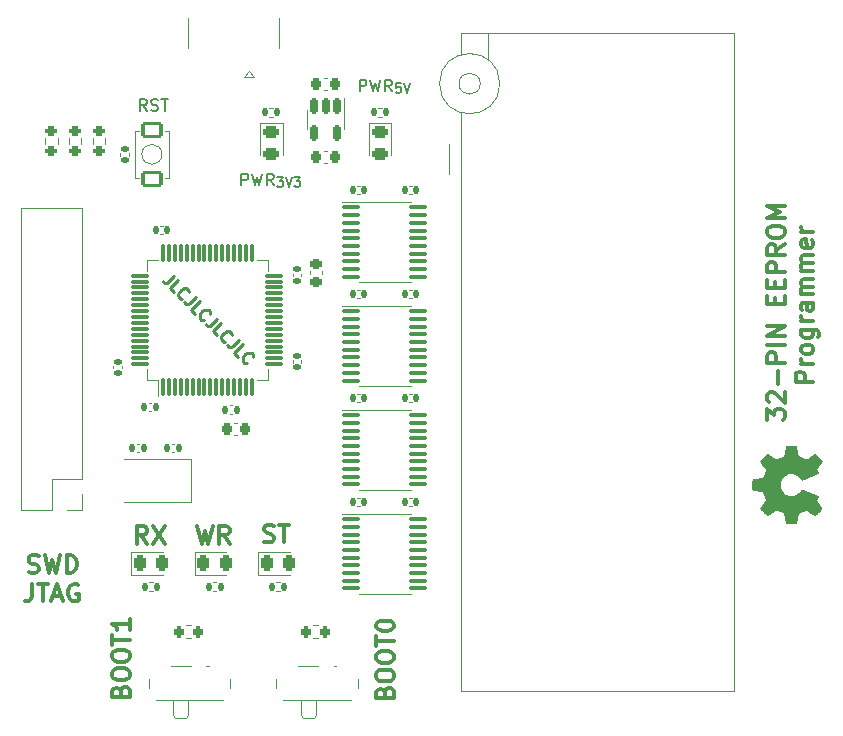
<source format=gto>
G04 #@! TF.GenerationSoftware,KiCad,Pcbnew,7.0.7*
G04 #@! TF.CreationDate,2023-09-26T12:20:41-04:00*
G04 #@! TF.ProjectId,programmer,70726f67-7261-46d6-9d65-722e6b696361,rev?*
G04 #@! TF.SameCoordinates,Original*
G04 #@! TF.FileFunction,Legend,Top*
G04 #@! TF.FilePolarity,Positive*
%FSLAX46Y46*%
G04 Gerber Fmt 4.6, Leading zero omitted, Abs format (unit mm)*
G04 Created by KiCad (PCBNEW 7.0.7) date 2023-09-26 12:20:41*
%MOMM*%
%LPD*%
G01*
G04 APERTURE LIST*
G04 Aperture macros list*
%AMRoundRect*
0 Rectangle with rounded corners*
0 $1 Rounding radius*
0 $2 $3 $4 $5 $6 $7 $8 $9 X,Y pos of 4 corners*
0 Add a 4 corners polygon primitive as box body*
4,1,4,$2,$3,$4,$5,$6,$7,$8,$9,$2,$3,0*
0 Add four circle primitives for the rounded corners*
1,1,$1+$1,$2,$3*
1,1,$1+$1,$4,$5*
1,1,$1+$1,$6,$7*
1,1,$1+$1,$8,$9*
0 Add four rect primitives between the rounded corners*
20,1,$1+$1,$2,$3,$4,$5,0*
20,1,$1+$1,$4,$5,$6,$7,0*
20,1,$1+$1,$6,$7,$8,$9,0*
20,1,$1+$1,$8,$9,$2,$3,0*%
%AMFreePoly0*
4,1,9,1.050000,0.350000,0.550000,0.000000,0.550000,-0.400000,0.800000,-0.650000,0.800000,-0.800000,-1.050000,-0.800000,-1.050000,0.800000,1.050000,0.800000,1.050000,0.350000,1.050000,0.350000,$1*%
%AMFreePoly1*
4,1,9,1.050000,-0.800000,-0.800000,-0.800000,-0.800000,-0.650000,-0.550000,-0.400000,-0.550000,0.000000,-1.050000,0.350000,-1.050000,0.800000,1.050000,0.800000,1.050000,-0.800000,1.050000,-0.800000,$1*%
G04 Aperture macros list end*
%ADD10C,0.250000*%
%ADD11C,0.300000*%
%ADD12C,0.150000*%
%ADD13C,0.120000*%
%ADD14C,0.100000*%
%ADD15RoundRect,0.200000X0.275000X-0.200000X0.275000X0.200000X-0.275000X0.200000X-0.275000X-0.200000X0*%
%ADD16RoundRect,0.100000X-0.637500X-0.100000X0.637500X-0.100000X0.637500X0.100000X-0.637500X0.100000X0*%
%ADD17RoundRect,0.225000X0.225000X0.250000X-0.225000X0.250000X-0.225000X-0.250000X0.225000X-0.250000X0*%
%ADD18RoundRect,0.140000X0.140000X0.170000X-0.140000X0.170000X-0.140000X-0.170000X0.140000X-0.170000X0*%
%ADD19RoundRect,0.140000X-0.140000X-0.170000X0.140000X-0.170000X0.140000X0.170000X-0.140000X0.170000X0*%
%ADD20RoundRect,0.243750X-0.243750X-0.456250X0.243750X-0.456250X0.243750X0.456250X-0.243750X0.456250X0*%
%ADD21RoundRect,0.140000X0.170000X-0.140000X0.170000X0.140000X-0.170000X0.140000X-0.170000X-0.140000X0*%
%ADD22R,1.400000X0.800000*%
%ADD23C,0.900000*%
%ADD24R,0.800000X2.000000*%
%ADD25RoundRect,0.140000X-0.170000X0.140000X-0.170000X-0.140000X0.170000X-0.140000X0.170000X0.140000X0*%
%ADD26RoundRect,0.135000X-0.135000X-0.185000X0.135000X-0.185000X0.135000X0.185000X-0.135000X0.185000X0*%
%ADD27RoundRect,0.150000X-0.150000X0.512500X-0.150000X-0.512500X0.150000X-0.512500X0.150000X0.512500X0*%
%ADD28R,2.000000X2.400000*%
%ADD29RoundRect,0.243750X-0.456250X0.243750X-0.456250X-0.243750X0.456250X-0.243750X0.456250X0.243750X0*%
%ADD30RoundRect,0.200000X0.200000X0.275000X-0.200000X0.275000X-0.200000X-0.275000X0.200000X-0.275000X0*%
%ADD31C,0.600000*%
%ADD32R,0.400000X1.350000*%
%ADD33FreePoly0,180.000000*%
%ADD34O,1.000000X1.700000*%
%ADD35R,1.900000X1.900000*%
%ADD36O,0.850000X1.700000*%
%ADD37FreePoly1,180.000000*%
%ADD38C,0.800000*%
%ADD39C,6.400000*%
%ADD40R,1.700000X1.700000*%
%ADD41O,1.700000X1.700000*%
%ADD42RoundRect,0.225000X-0.225000X-0.250000X0.225000X-0.250000X0.225000X0.250000X-0.225000X0.250000X0*%
%ADD43RoundRect,0.075000X0.075000X-0.700000X0.075000X0.700000X-0.075000X0.700000X-0.075000X-0.700000X0*%
%ADD44RoundRect,0.075000X0.700000X-0.075000X0.700000X0.075000X-0.700000X0.075000X-0.700000X-0.075000X0*%
%ADD45R,2.000000X1.440000*%
%ADD46O,2.000000X1.440000*%
%ADD47RoundRect,0.135000X0.135000X0.185000X-0.135000X0.185000X-0.135000X-0.185000X0.135000X-0.185000X0*%
%ADD48RoundRect,0.135000X0.765000X-0.540000X0.765000X0.540000X-0.765000X0.540000X-0.765000X-0.540000X0*%
%ADD49RoundRect,0.225000X-0.250000X0.225000X-0.250000X-0.225000X0.250000X-0.225000X0.250000X0.225000X0*%
G04 APERTURE END LIST*
D10*
X125889524Y-94883853D02*
X125384448Y-95388929D01*
X125384448Y-95388929D02*
X125249761Y-95456273D01*
X125249761Y-95456273D02*
X125115074Y-95456273D01*
X125115074Y-95456273D02*
X124980387Y-95388929D01*
X124980387Y-95388929D02*
X124913044Y-95321586D01*
X125855853Y-96264395D02*
X125519135Y-95927678D01*
X125519135Y-95927678D02*
X126226242Y-95220571D01*
X126562960Y-96836815D02*
X126495616Y-96836815D01*
X126495616Y-96836815D02*
X126360929Y-96769472D01*
X126360929Y-96769472D02*
X126293586Y-96702128D01*
X126293586Y-96702128D02*
X126226242Y-96567441D01*
X126226242Y-96567441D02*
X126226242Y-96432754D01*
X126226242Y-96432754D02*
X126259914Y-96331739D01*
X126259914Y-96331739D02*
X126360929Y-96163380D01*
X126360929Y-96163380D02*
X126461944Y-96062365D01*
X126461944Y-96062365D02*
X126630303Y-95961350D01*
X126630303Y-95961350D02*
X126731318Y-95927678D01*
X126731318Y-95927678D02*
X126866005Y-95927678D01*
X126866005Y-95927678D02*
X127000692Y-95995021D01*
X127000692Y-95995021D02*
X127068036Y-96062365D01*
X127068036Y-96062365D02*
X127135379Y-96197052D01*
X127135379Y-96197052D02*
X127135379Y-96264395D01*
X127707799Y-96702128D02*
X127202723Y-97207204D01*
X127202723Y-97207204D02*
X127068036Y-97274548D01*
X127068036Y-97274548D02*
X126933349Y-97274548D01*
X126933349Y-97274548D02*
X126798662Y-97207204D01*
X126798662Y-97207204D02*
X126731318Y-97139861D01*
X127674128Y-98082670D02*
X127337410Y-97745953D01*
X127337410Y-97745953D02*
X128044517Y-97038846D01*
X128381235Y-98655090D02*
X128313891Y-98655090D01*
X128313891Y-98655090D02*
X128179204Y-98587746D01*
X128179204Y-98587746D02*
X128111861Y-98520403D01*
X128111861Y-98520403D02*
X128044517Y-98385716D01*
X128044517Y-98385716D02*
X128044517Y-98251029D01*
X128044517Y-98251029D02*
X128078189Y-98150014D01*
X128078189Y-98150014D02*
X128179204Y-97981655D01*
X128179204Y-97981655D02*
X128280219Y-97880640D01*
X128280219Y-97880640D02*
X128448578Y-97779624D01*
X128448578Y-97779624D02*
X128549593Y-97745953D01*
X128549593Y-97745953D02*
X128684280Y-97745953D01*
X128684280Y-97745953D02*
X128818967Y-97813296D01*
X128818967Y-97813296D02*
X128886311Y-97880640D01*
X128886311Y-97880640D02*
X128953654Y-98015327D01*
X128953654Y-98015327D02*
X128953654Y-98082670D01*
X129526074Y-98520403D02*
X129020998Y-99025479D01*
X129020998Y-99025479D02*
X128886311Y-99092823D01*
X128886311Y-99092823D02*
X128751624Y-99092823D01*
X128751624Y-99092823D02*
X128616937Y-99025479D01*
X128616937Y-99025479D02*
X128549593Y-98958136D01*
X129492402Y-99900945D02*
X129155685Y-99564227D01*
X129155685Y-99564227D02*
X129862792Y-98857121D01*
X130199509Y-100473365D02*
X130132166Y-100473365D01*
X130132166Y-100473365D02*
X129997479Y-100406021D01*
X129997479Y-100406021D02*
X129930135Y-100338678D01*
X129930135Y-100338678D02*
X129862792Y-100203991D01*
X129862792Y-100203991D02*
X129862792Y-100069304D01*
X129862792Y-100069304D02*
X129896464Y-99968289D01*
X129896464Y-99968289D02*
X129997479Y-99799930D01*
X129997479Y-99799930D02*
X130098494Y-99698915D01*
X130098494Y-99698915D02*
X130266853Y-99597899D01*
X130266853Y-99597899D02*
X130367868Y-99564228D01*
X130367868Y-99564228D02*
X130502555Y-99564228D01*
X130502555Y-99564228D02*
X130637242Y-99631571D01*
X130637242Y-99631571D02*
X130704586Y-99698915D01*
X130704586Y-99698915D02*
X130771929Y-99833602D01*
X130771929Y-99833602D02*
X130771929Y-99900945D01*
X131344349Y-100338678D02*
X130839273Y-100843754D01*
X130839273Y-100843754D02*
X130704586Y-100911098D01*
X130704586Y-100911098D02*
X130569899Y-100911098D01*
X130569899Y-100911098D02*
X130435212Y-100843754D01*
X130435212Y-100843754D02*
X130367868Y-100776411D01*
X131310677Y-101719220D02*
X130973960Y-101382502D01*
X130973960Y-101382502D02*
X131681067Y-100675396D01*
X132017784Y-102291640D02*
X131950441Y-102291640D01*
X131950441Y-102291640D02*
X131815754Y-102224296D01*
X131815754Y-102224296D02*
X131748410Y-102156953D01*
X131748410Y-102156953D02*
X131681067Y-102022266D01*
X131681067Y-102022266D02*
X131681067Y-101887579D01*
X131681067Y-101887579D02*
X131714739Y-101786563D01*
X131714739Y-101786563D02*
X131815754Y-101618205D01*
X131815754Y-101618205D02*
X131916769Y-101517189D01*
X131916769Y-101517189D02*
X132085128Y-101416174D01*
X132085128Y-101416174D02*
X132186143Y-101382502D01*
X132186143Y-101382502D02*
X132320830Y-101382502D01*
X132320830Y-101382502D02*
X132455517Y-101449846D01*
X132455517Y-101449846D02*
X132522861Y-101517189D01*
X132522861Y-101517189D02*
X132590204Y-101651876D01*
X132590204Y-101651876D02*
X132590204Y-101719220D01*
D11*
X113564286Y-119964400D02*
X113778572Y-120035828D01*
X113778572Y-120035828D02*
X114135714Y-120035828D01*
X114135714Y-120035828D02*
X114278572Y-119964400D01*
X114278572Y-119964400D02*
X114350000Y-119892971D01*
X114350000Y-119892971D02*
X114421429Y-119750114D01*
X114421429Y-119750114D02*
X114421429Y-119607257D01*
X114421429Y-119607257D02*
X114350000Y-119464400D01*
X114350000Y-119464400D02*
X114278572Y-119392971D01*
X114278572Y-119392971D02*
X114135714Y-119321542D01*
X114135714Y-119321542D02*
X113850000Y-119250114D01*
X113850000Y-119250114D02*
X113707143Y-119178685D01*
X113707143Y-119178685D02*
X113635714Y-119107257D01*
X113635714Y-119107257D02*
X113564286Y-118964400D01*
X113564286Y-118964400D02*
X113564286Y-118821542D01*
X113564286Y-118821542D02*
X113635714Y-118678685D01*
X113635714Y-118678685D02*
X113707143Y-118607257D01*
X113707143Y-118607257D02*
X113850000Y-118535828D01*
X113850000Y-118535828D02*
X114207143Y-118535828D01*
X114207143Y-118535828D02*
X114421429Y-118607257D01*
X114921428Y-118535828D02*
X115278571Y-120035828D01*
X115278571Y-120035828D02*
X115564285Y-118964400D01*
X115564285Y-118964400D02*
X115850000Y-120035828D01*
X115850000Y-120035828D02*
X116207143Y-118535828D01*
X116778571Y-120035828D02*
X116778571Y-118535828D01*
X116778571Y-118535828D02*
X117135714Y-118535828D01*
X117135714Y-118535828D02*
X117350000Y-118607257D01*
X117350000Y-118607257D02*
X117492857Y-118750114D01*
X117492857Y-118750114D02*
X117564286Y-118892971D01*
X117564286Y-118892971D02*
X117635714Y-119178685D01*
X117635714Y-119178685D02*
X117635714Y-119392971D01*
X117635714Y-119392971D02*
X117564286Y-119678685D01*
X117564286Y-119678685D02*
X117492857Y-119821542D01*
X117492857Y-119821542D02*
X117350000Y-119964400D01*
X117350000Y-119964400D02*
X117135714Y-120035828D01*
X117135714Y-120035828D02*
X116778571Y-120035828D01*
X113850000Y-120950828D02*
X113850000Y-122022257D01*
X113850000Y-122022257D02*
X113778571Y-122236542D01*
X113778571Y-122236542D02*
X113635714Y-122379400D01*
X113635714Y-122379400D02*
X113421428Y-122450828D01*
X113421428Y-122450828D02*
X113278571Y-122450828D01*
X114350000Y-120950828D02*
X115207143Y-120950828D01*
X114778571Y-122450828D02*
X114778571Y-120950828D01*
X115635714Y-122022257D02*
X116350000Y-122022257D01*
X115492857Y-122450828D02*
X115992857Y-120950828D01*
X115992857Y-120950828D02*
X116492857Y-122450828D01*
X117778571Y-121022257D02*
X117635714Y-120950828D01*
X117635714Y-120950828D02*
X117421428Y-120950828D01*
X117421428Y-120950828D02*
X117207142Y-121022257D01*
X117207142Y-121022257D02*
X117064285Y-121165114D01*
X117064285Y-121165114D02*
X116992856Y-121307971D01*
X116992856Y-121307971D02*
X116921428Y-121593685D01*
X116921428Y-121593685D02*
X116921428Y-121807971D01*
X116921428Y-121807971D02*
X116992856Y-122093685D01*
X116992856Y-122093685D02*
X117064285Y-122236542D01*
X117064285Y-122236542D02*
X117207142Y-122379400D01*
X117207142Y-122379400D02*
X117421428Y-122450828D01*
X117421428Y-122450828D02*
X117564285Y-122450828D01*
X117564285Y-122450828D02*
X117778571Y-122379400D01*
X117778571Y-122379400D02*
X117849999Y-122307971D01*
X117849999Y-122307971D02*
X117849999Y-121807971D01*
X117849999Y-121807971D02*
X117564285Y-121807971D01*
D12*
X141586779Y-79269819D02*
X141586779Y-78269819D01*
X141586779Y-78269819D02*
X141967731Y-78269819D01*
X141967731Y-78269819D02*
X142062969Y-78317438D01*
X142062969Y-78317438D02*
X142110588Y-78365057D01*
X142110588Y-78365057D02*
X142158207Y-78460295D01*
X142158207Y-78460295D02*
X142158207Y-78603152D01*
X142158207Y-78603152D02*
X142110588Y-78698390D01*
X142110588Y-78698390D02*
X142062969Y-78746009D01*
X142062969Y-78746009D02*
X141967731Y-78793628D01*
X141967731Y-78793628D02*
X141586779Y-78793628D01*
X142491541Y-78269819D02*
X142729636Y-79269819D01*
X142729636Y-79269819D02*
X142920112Y-78555533D01*
X142920112Y-78555533D02*
X143110588Y-79269819D01*
X143110588Y-79269819D02*
X143348684Y-78269819D01*
X144301064Y-79269819D02*
X143967731Y-78793628D01*
X143729636Y-79269819D02*
X143729636Y-78269819D01*
X143729636Y-78269819D02*
X144110588Y-78269819D01*
X144110588Y-78269819D02*
X144205826Y-78317438D01*
X144205826Y-78317438D02*
X144253445Y-78365057D01*
X144253445Y-78365057D02*
X144301064Y-78460295D01*
X144301064Y-78460295D02*
X144301064Y-78603152D01*
X144301064Y-78603152D02*
X144253445Y-78698390D01*
X144253445Y-78698390D02*
X144205826Y-78746009D01*
X144205826Y-78746009D02*
X144110588Y-78793628D01*
X144110588Y-78793628D02*
X143729636Y-78793628D01*
X145062969Y-78580295D02*
X144682017Y-78580295D01*
X144682017Y-78580295D02*
X144643921Y-78961247D01*
X144643921Y-78961247D02*
X144682017Y-78923152D01*
X144682017Y-78923152D02*
X144758207Y-78885057D01*
X144758207Y-78885057D02*
X144948683Y-78885057D01*
X144948683Y-78885057D02*
X145024874Y-78923152D01*
X145024874Y-78923152D02*
X145062969Y-78961247D01*
X145062969Y-78961247D02*
X145101064Y-79037438D01*
X145101064Y-79037438D02*
X145101064Y-79227914D01*
X145101064Y-79227914D02*
X145062969Y-79304104D01*
X145062969Y-79304104D02*
X145024874Y-79342200D01*
X145024874Y-79342200D02*
X144948683Y-79380295D01*
X144948683Y-79380295D02*
X144758207Y-79380295D01*
X144758207Y-79380295D02*
X144682017Y-79342200D01*
X144682017Y-79342200D02*
X144643921Y-79304104D01*
X145329636Y-78580295D02*
X145596303Y-79380295D01*
X145596303Y-79380295D02*
X145862969Y-78580295D01*
X131586779Y-87219819D02*
X131586779Y-86219819D01*
X131586779Y-86219819D02*
X131967731Y-86219819D01*
X131967731Y-86219819D02*
X132062969Y-86267438D01*
X132062969Y-86267438D02*
X132110588Y-86315057D01*
X132110588Y-86315057D02*
X132158207Y-86410295D01*
X132158207Y-86410295D02*
X132158207Y-86553152D01*
X132158207Y-86553152D02*
X132110588Y-86648390D01*
X132110588Y-86648390D02*
X132062969Y-86696009D01*
X132062969Y-86696009D02*
X131967731Y-86743628D01*
X131967731Y-86743628D02*
X131586779Y-86743628D01*
X132491541Y-86219819D02*
X132729636Y-87219819D01*
X132729636Y-87219819D02*
X132920112Y-86505533D01*
X132920112Y-86505533D02*
X133110588Y-87219819D01*
X133110588Y-87219819D02*
X133348684Y-86219819D01*
X134301064Y-87219819D02*
X133967731Y-86743628D01*
X133729636Y-87219819D02*
X133729636Y-86219819D01*
X133729636Y-86219819D02*
X134110588Y-86219819D01*
X134110588Y-86219819D02*
X134205826Y-86267438D01*
X134205826Y-86267438D02*
X134253445Y-86315057D01*
X134253445Y-86315057D02*
X134301064Y-86410295D01*
X134301064Y-86410295D02*
X134301064Y-86553152D01*
X134301064Y-86553152D02*
X134253445Y-86648390D01*
X134253445Y-86648390D02*
X134205826Y-86696009D01*
X134205826Y-86696009D02*
X134110588Y-86743628D01*
X134110588Y-86743628D02*
X133729636Y-86743628D01*
X134605826Y-86530295D02*
X135101064Y-86530295D01*
X135101064Y-86530295D02*
X134834398Y-86835057D01*
X134834398Y-86835057D02*
X134948683Y-86835057D01*
X134948683Y-86835057D02*
X135024874Y-86873152D01*
X135024874Y-86873152D02*
X135062969Y-86911247D01*
X135062969Y-86911247D02*
X135101064Y-86987438D01*
X135101064Y-86987438D02*
X135101064Y-87177914D01*
X135101064Y-87177914D02*
X135062969Y-87254104D01*
X135062969Y-87254104D02*
X135024874Y-87292200D01*
X135024874Y-87292200D02*
X134948683Y-87330295D01*
X134948683Y-87330295D02*
X134720112Y-87330295D01*
X134720112Y-87330295D02*
X134643921Y-87292200D01*
X134643921Y-87292200D02*
X134605826Y-87254104D01*
X135329636Y-86530295D02*
X135596303Y-87330295D01*
X135596303Y-87330295D02*
X135862969Y-86530295D01*
X136053445Y-86530295D02*
X136548683Y-86530295D01*
X136548683Y-86530295D02*
X136282017Y-86835057D01*
X136282017Y-86835057D02*
X136396302Y-86835057D01*
X136396302Y-86835057D02*
X136472493Y-86873152D01*
X136472493Y-86873152D02*
X136510588Y-86911247D01*
X136510588Y-86911247D02*
X136548683Y-86987438D01*
X136548683Y-86987438D02*
X136548683Y-87177914D01*
X136548683Y-87177914D02*
X136510588Y-87254104D01*
X136510588Y-87254104D02*
X136472493Y-87292200D01*
X136472493Y-87292200D02*
X136396302Y-87330295D01*
X136396302Y-87330295D02*
X136167731Y-87330295D01*
X136167731Y-87330295D02*
X136091540Y-87292200D01*
X136091540Y-87292200D02*
X136053445Y-87254104D01*
D11*
X176085828Y-107078571D02*
X176085828Y-106149999D01*
X176085828Y-106149999D02*
X176657257Y-106649999D01*
X176657257Y-106649999D02*
X176657257Y-106435714D01*
X176657257Y-106435714D02*
X176728685Y-106292857D01*
X176728685Y-106292857D02*
X176800114Y-106221428D01*
X176800114Y-106221428D02*
X176942971Y-106149999D01*
X176942971Y-106149999D02*
X177300114Y-106149999D01*
X177300114Y-106149999D02*
X177442971Y-106221428D01*
X177442971Y-106221428D02*
X177514400Y-106292857D01*
X177514400Y-106292857D02*
X177585828Y-106435714D01*
X177585828Y-106435714D02*
X177585828Y-106864285D01*
X177585828Y-106864285D02*
X177514400Y-107007142D01*
X177514400Y-107007142D02*
X177442971Y-107078571D01*
X176228685Y-105578571D02*
X176157257Y-105507143D01*
X176157257Y-105507143D02*
X176085828Y-105364286D01*
X176085828Y-105364286D02*
X176085828Y-105007143D01*
X176085828Y-105007143D02*
X176157257Y-104864286D01*
X176157257Y-104864286D02*
X176228685Y-104792857D01*
X176228685Y-104792857D02*
X176371542Y-104721428D01*
X176371542Y-104721428D02*
X176514400Y-104721428D01*
X176514400Y-104721428D02*
X176728685Y-104792857D01*
X176728685Y-104792857D02*
X177585828Y-105650000D01*
X177585828Y-105650000D02*
X177585828Y-104721428D01*
X177014400Y-104078572D02*
X177014400Y-102935715D01*
X177585828Y-102221429D02*
X176085828Y-102221429D01*
X176085828Y-102221429D02*
X176085828Y-101650000D01*
X176085828Y-101650000D02*
X176157257Y-101507143D01*
X176157257Y-101507143D02*
X176228685Y-101435714D01*
X176228685Y-101435714D02*
X176371542Y-101364286D01*
X176371542Y-101364286D02*
X176585828Y-101364286D01*
X176585828Y-101364286D02*
X176728685Y-101435714D01*
X176728685Y-101435714D02*
X176800114Y-101507143D01*
X176800114Y-101507143D02*
X176871542Y-101650000D01*
X176871542Y-101650000D02*
X176871542Y-102221429D01*
X177585828Y-100721429D02*
X176085828Y-100721429D01*
X177585828Y-100007143D02*
X176085828Y-100007143D01*
X176085828Y-100007143D02*
X177585828Y-99150000D01*
X177585828Y-99150000D02*
X176085828Y-99150000D01*
X176800114Y-97292857D02*
X176800114Y-96792857D01*
X177585828Y-96578571D02*
X177585828Y-97292857D01*
X177585828Y-97292857D02*
X176085828Y-97292857D01*
X176085828Y-97292857D02*
X176085828Y-96578571D01*
X176800114Y-95935714D02*
X176800114Y-95435714D01*
X177585828Y-95221428D02*
X177585828Y-95935714D01*
X177585828Y-95935714D02*
X176085828Y-95935714D01*
X176085828Y-95935714D02*
X176085828Y-95221428D01*
X177585828Y-94578571D02*
X176085828Y-94578571D01*
X176085828Y-94578571D02*
X176085828Y-94007142D01*
X176085828Y-94007142D02*
X176157257Y-93864285D01*
X176157257Y-93864285D02*
X176228685Y-93792856D01*
X176228685Y-93792856D02*
X176371542Y-93721428D01*
X176371542Y-93721428D02*
X176585828Y-93721428D01*
X176585828Y-93721428D02*
X176728685Y-93792856D01*
X176728685Y-93792856D02*
X176800114Y-93864285D01*
X176800114Y-93864285D02*
X176871542Y-94007142D01*
X176871542Y-94007142D02*
X176871542Y-94578571D01*
X177585828Y-92221428D02*
X176871542Y-92721428D01*
X177585828Y-93078571D02*
X176085828Y-93078571D01*
X176085828Y-93078571D02*
X176085828Y-92507142D01*
X176085828Y-92507142D02*
X176157257Y-92364285D01*
X176157257Y-92364285D02*
X176228685Y-92292856D01*
X176228685Y-92292856D02*
X176371542Y-92221428D01*
X176371542Y-92221428D02*
X176585828Y-92221428D01*
X176585828Y-92221428D02*
X176728685Y-92292856D01*
X176728685Y-92292856D02*
X176800114Y-92364285D01*
X176800114Y-92364285D02*
X176871542Y-92507142D01*
X176871542Y-92507142D02*
X176871542Y-93078571D01*
X176085828Y-91292856D02*
X176085828Y-91007142D01*
X176085828Y-91007142D02*
X176157257Y-90864285D01*
X176157257Y-90864285D02*
X176300114Y-90721428D01*
X176300114Y-90721428D02*
X176585828Y-90649999D01*
X176585828Y-90649999D02*
X177085828Y-90649999D01*
X177085828Y-90649999D02*
X177371542Y-90721428D01*
X177371542Y-90721428D02*
X177514400Y-90864285D01*
X177514400Y-90864285D02*
X177585828Y-91007142D01*
X177585828Y-91007142D02*
X177585828Y-91292856D01*
X177585828Y-91292856D02*
X177514400Y-91435714D01*
X177514400Y-91435714D02*
X177371542Y-91578571D01*
X177371542Y-91578571D02*
X177085828Y-91649999D01*
X177085828Y-91649999D02*
X176585828Y-91649999D01*
X176585828Y-91649999D02*
X176300114Y-91578571D01*
X176300114Y-91578571D02*
X176157257Y-91435714D01*
X176157257Y-91435714D02*
X176085828Y-91292856D01*
X177585828Y-90007142D02*
X176085828Y-90007142D01*
X176085828Y-90007142D02*
X177157257Y-89507142D01*
X177157257Y-89507142D02*
X176085828Y-89007142D01*
X176085828Y-89007142D02*
X177585828Y-89007142D01*
X180000828Y-103864285D02*
X178500828Y-103864285D01*
X178500828Y-103864285D02*
X178500828Y-103292856D01*
X178500828Y-103292856D02*
X178572257Y-103149999D01*
X178572257Y-103149999D02*
X178643685Y-103078570D01*
X178643685Y-103078570D02*
X178786542Y-103007142D01*
X178786542Y-103007142D02*
X179000828Y-103007142D01*
X179000828Y-103007142D02*
X179143685Y-103078570D01*
X179143685Y-103078570D02*
X179215114Y-103149999D01*
X179215114Y-103149999D02*
X179286542Y-103292856D01*
X179286542Y-103292856D02*
X179286542Y-103864285D01*
X180000828Y-102364285D02*
X179000828Y-102364285D01*
X179286542Y-102364285D02*
X179143685Y-102292856D01*
X179143685Y-102292856D02*
X179072257Y-102221428D01*
X179072257Y-102221428D02*
X179000828Y-102078570D01*
X179000828Y-102078570D02*
X179000828Y-101935713D01*
X180000828Y-101221428D02*
X179929400Y-101364285D01*
X179929400Y-101364285D02*
X179857971Y-101435714D01*
X179857971Y-101435714D02*
X179715114Y-101507142D01*
X179715114Y-101507142D02*
X179286542Y-101507142D01*
X179286542Y-101507142D02*
X179143685Y-101435714D01*
X179143685Y-101435714D02*
X179072257Y-101364285D01*
X179072257Y-101364285D02*
X179000828Y-101221428D01*
X179000828Y-101221428D02*
X179000828Y-101007142D01*
X179000828Y-101007142D02*
X179072257Y-100864285D01*
X179072257Y-100864285D02*
X179143685Y-100792857D01*
X179143685Y-100792857D02*
X179286542Y-100721428D01*
X179286542Y-100721428D02*
X179715114Y-100721428D01*
X179715114Y-100721428D02*
X179857971Y-100792857D01*
X179857971Y-100792857D02*
X179929400Y-100864285D01*
X179929400Y-100864285D02*
X180000828Y-101007142D01*
X180000828Y-101007142D02*
X180000828Y-101221428D01*
X179000828Y-99435714D02*
X180215114Y-99435714D01*
X180215114Y-99435714D02*
X180357971Y-99507142D01*
X180357971Y-99507142D02*
X180429400Y-99578571D01*
X180429400Y-99578571D02*
X180500828Y-99721428D01*
X180500828Y-99721428D02*
X180500828Y-99935714D01*
X180500828Y-99935714D02*
X180429400Y-100078571D01*
X179929400Y-99435714D02*
X180000828Y-99578571D01*
X180000828Y-99578571D02*
X180000828Y-99864285D01*
X180000828Y-99864285D02*
X179929400Y-100007142D01*
X179929400Y-100007142D02*
X179857971Y-100078571D01*
X179857971Y-100078571D02*
X179715114Y-100149999D01*
X179715114Y-100149999D02*
X179286542Y-100149999D01*
X179286542Y-100149999D02*
X179143685Y-100078571D01*
X179143685Y-100078571D02*
X179072257Y-100007142D01*
X179072257Y-100007142D02*
X179000828Y-99864285D01*
X179000828Y-99864285D02*
X179000828Y-99578571D01*
X179000828Y-99578571D02*
X179072257Y-99435714D01*
X180000828Y-98721428D02*
X179000828Y-98721428D01*
X179286542Y-98721428D02*
X179143685Y-98649999D01*
X179143685Y-98649999D02*
X179072257Y-98578571D01*
X179072257Y-98578571D02*
X179000828Y-98435713D01*
X179000828Y-98435713D02*
X179000828Y-98292856D01*
X180000828Y-97150000D02*
X179215114Y-97150000D01*
X179215114Y-97150000D02*
X179072257Y-97221428D01*
X179072257Y-97221428D02*
X179000828Y-97364285D01*
X179000828Y-97364285D02*
X179000828Y-97650000D01*
X179000828Y-97650000D02*
X179072257Y-97792857D01*
X179929400Y-97150000D02*
X180000828Y-97292857D01*
X180000828Y-97292857D02*
X180000828Y-97650000D01*
X180000828Y-97650000D02*
X179929400Y-97792857D01*
X179929400Y-97792857D02*
X179786542Y-97864285D01*
X179786542Y-97864285D02*
X179643685Y-97864285D01*
X179643685Y-97864285D02*
X179500828Y-97792857D01*
X179500828Y-97792857D02*
X179429400Y-97650000D01*
X179429400Y-97650000D02*
X179429400Y-97292857D01*
X179429400Y-97292857D02*
X179357971Y-97150000D01*
X180000828Y-96435714D02*
X179000828Y-96435714D01*
X179143685Y-96435714D02*
X179072257Y-96364285D01*
X179072257Y-96364285D02*
X179000828Y-96221428D01*
X179000828Y-96221428D02*
X179000828Y-96007142D01*
X179000828Y-96007142D02*
X179072257Y-95864285D01*
X179072257Y-95864285D02*
X179215114Y-95792857D01*
X179215114Y-95792857D02*
X180000828Y-95792857D01*
X179215114Y-95792857D02*
X179072257Y-95721428D01*
X179072257Y-95721428D02*
X179000828Y-95578571D01*
X179000828Y-95578571D02*
X179000828Y-95364285D01*
X179000828Y-95364285D02*
X179072257Y-95221428D01*
X179072257Y-95221428D02*
X179215114Y-95149999D01*
X179215114Y-95149999D02*
X180000828Y-95149999D01*
X180000828Y-94435714D02*
X179000828Y-94435714D01*
X179143685Y-94435714D02*
X179072257Y-94364285D01*
X179072257Y-94364285D02*
X179000828Y-94221428D01*
X179000828Y-94221428D02*
X179000828Y-94007142D01*
X179000828Y-94007142D02*
X179072257Y-93864285D01*
X179072257Y-93864285D02*
X179215114Y-93792857D01*
X179215114Y-93792857D02*
X180000828Y-93792857D01*
X179215114Y-93792857D02*
X179072257Y-93721428D01*
X179072257Y-93721428D02*
X179000828Y-93578571D01*
X179000828Y-93578571D02*
X179000828Y-93364285D01*
X179000828Y-93364285D02*
X179072257Y-93221428D01*
X179072257Y-93221428D02*
X179215114Y-93149999D01*
X179215114Y-93149999D02*
X180000828Y-93149999D01*
X179929400Y-91864285D02*
X180000828Y-92007142D01*
X180000828Y-92007142D02*
X180000828Y-92292857D01*
X180000828Y-92292857D02*
X179929400Y-92435714D01*
X179929400Y-92435714D02*
X179786542Y-92507142D01*
X179786542Y-92507142D02*
X179215114Y-92507142D01*
X179215114Y-92507142D02*
X179072257Y-92435714D01*
X179072257Y-92435714D02*
X179000828Y-92292857D01*
X179000828Y-92292857D02*
X179000828Y-92007142D01*
X179000828Y-92007142D02*
X179072257Y-91864285D01*
X179072257Y-91864285D02*
X179215114Y-91792857D01*
X179215114Y-91792857D02*
X179357971Y-91792857D01*
X179357971Y-91792857D02*
X179500828Y-92507142D01*
X180000828Y-91150000D02*
X179000828Y-91150000D01*
X179286542Y-91150000D02*
X179143685Y-91078571D01*
X179143685Y-91078571D02*
X179072257Y-91007143D01*
X179072257Y-91007143D02*
X179000828Y-90864285D01*
X179000828Y-90864285D02*
X179000828Y-90721428D01*
D12*
X123558207Y-80919819D02*
X123224874Y-80443628D01*
X122986779Y-80919819D02*
X122986779Y-79919819D01*
X122986779Y-79919819D02*
X123367731Y-79919819D01*
X123367731Y-79919819D02*
X123462969Y-79967438D01*
X123462969Y-79967438D02*
X123510588Y-80015057D01*
X123510588Y-80015057D02*
X123558207Y-80110295D01*
X123558207Y-80110295D02*
X123558207Y-80253152D01*
X123558207Y-80253152D02*
X123510588Y-80348390D01*
X123510588Y-80348390D02*
X123462969Y-80396009D01*
X123462969Y-80396009D02*
X123367731Y-80443628D01*
X123367731Y-80443628D02*
X122986779Y-80443628D01*
X123939160Y-80872200D02*
X124082017Y-80919819D01*
X124082017Y-80919819D02*
X124320112Y-80919819D01*
X124320112Y-80919819D02*
X124415350Y-80872200D01*
X124415350Y-80872200D02*
X124462969Y-80824580D01*
X124462969Y-80824580D02*
X124510588Y-80729342D01*
X124510588Y-80729342D02*
X124510588Y-80634104D01*
X124510588Y-80634104D02*
X124462969Y-80538866D01*
X124462969Y-80538866D02*
X124415350Y-80491247D01*
X124415350Y-80491247D02*
X124320112Y-80443628D01*
X124320112Y-80443628D02*
X124129636Y-80396009D01*
X124129636Y-80396009D02*
X124034398Y-80348390D01*
X124034398Y-80348390D02*
X123986779Y-80300771D01*
X123986779Y-80300771D02*
X123939160Y-80205533D01*
X123939160Y-80205533D02*
X123939160Y-80110295D01*
X123939160Y-80110295D02*
X123986779Y-80015057D01*
X123986779Y-80015057D02*
X124034398Y-79967438D01*
X124034398Y-79967438D02*
X124129636Y-79919819D01*
X124129636Y-79919819D02*
X124367731Y-79919819D01*
X124367731Y-79919819D02*
X124510588Y-79967438D01*
X124796303Y-79919819D02*
X125367731Y-79919819D01*
X125082017Y-80919819D02*
X125082017Y-79919819D01*
D11*
X127861653Y-116050828D02*
X128218796Y-117550828D01*
X128218796Y-117550828D02*
X128504510Y-116479400D01*
X128504510Y-116479400D02*
X128790225Y-117550828D01*
X128790225Y-117550828D02*
X129147368Y-116050828D01*
X130575939Y-117550828D02*
X130075939Y-116836542D01*
X129718796Y-117550828D02*
X129718796Y-116050828D01*
X129718796Y-116050828D02*
X130290225Y-116050828D01*
X130290225Y-116050828D02*
X130433082Y-116122257D01*
X130433082Y-116122257D02*
X130504511Y-116193685D01*
X130504511Y-116193685D02*
X130575939Y-116336542D01*
X130575939Y-116336542D02*
X130575939Y-116550828D01*
X130575939Y-116550828D02*
X130504511Y-116693685D01*
X130504511Y-116693685D02*
X130433082Y-116765114D01*
X130433082Y-116765114D02*
X130290225Y-116836542D01*
X130290225Y-116836542D02*
X129718796Y-116836542D01*
X133483082Y-117379400D02*
X133697368Y-117450828D01*
X133697368Y-117450828D02*
X134054510Y-117450828D01*
X134054510Y-117450828D02*
X134197368Y-117379400D01*
X134197368Y-117379400D02*
X134268796Y-117307971D01*
X134268796Y-117307971D02*
X134340225Y-117165114D01*
X134340225Y-117165114D02*
X134340225Y-117022257D01*
X134340225Y-117022257D02*
X134268796Y-116879400D01*
X134268796Y-116879400D02*
X134197368Y-116807971D01*
X134197368Y-116807971D02*
X134054510Y-116736542D01*
X134054510Y-116736542D02*
X133768796Y-116665114D01*
X133768796Y-116665114D02*
X133625939Y-116593685D01*
X133625939Y-116593685D02*
X133554510Y-116522257D01*
X133554510Y-116522257D02*
X133483082Y-116379400D01*
X133483082Y-116379400D02*
X133483082Y-116236542D01*
X133483082Y-116236542D02*
X133554510Y-116093685D01*
X133554510Y-116093685D02*
X133625939Y-116022257D01*
X133625939Y-116022257D02*
X133768796Y-115950828D01*
X133768796Y-115950828D02*
X134125939Y-115950828D01*
X134125939Y-115950828D02*
X134340225Y-116022257D01*
X134768796Y-115950828D02*
X135625939Y-115950828D01*
X135197367Y-117450828D02*
X135197367Y-115950828D01*
X121365114Y-130045489D02*
X121436542Y-129831203D01*
X121436542Y-129831203D02*
X121507971Y-129759774D01*
X121507971Y-129759774D02*
X121650828Y-129688346D01*
X121650828Y-129688346D02*
X121865114Y-129688346D01*
X121865114Y-129688346D02*
X122007971Y-129759774D01*
X122007971Y-129759774D02*
X122079400Y-129831203D01*
X122079400Y-129831203D02*
X122150828Y-129974060D01*
X122150828Y-129974060D02*
X122150828Y-130545489D01*
X122150828Y-130545489D02*
X120650828Y-130545489D01*
X120650828Y-130545489D02*
X120650828Y-130045489D01*
X120650828Y-130045489D02*
X120722257Y-129902632D01*
X120722257Y-129902632D02*
X120793685Y-129831203D01*
X120793685Y-129831203D02*
X120936542Y-129759774D01*
X120936542Y-129759774D02*
X121079400Y-129759774D01*
X121079400Y-129759774D02*
X121222257Y-129831203D01*
X121222257Y-129831203D02*
X121293685Y-129902632D01*
X121293685Y-129902632D02*
X121365114Y-130045489D01*
X121365114Y-130045489D02*
X121365114Y-130545489D01*
X120650828Y-128759774D02*
X120650828Y-128474060D01*
X120650828Y-128474060D02*
X120722257Y-128331203D01*
X120722257Y-128331203D02*
X120865114Y-128188346D01*
X120865114Y-128188346D02*
X121150828Y-128116917D01*
X121150828Y-128116917D02*
X121650828Y-128116917D01*
X121650828Y-128116917D02*
X121936542Y-128188346D01*
X121936542Y-128188346D02*
X122079400Y-128331203D01*
X122079400Y-128331203D02*
X122150828Y-128474060D01*
X122150828Y-128474060D02*
X122150828Y-128759774D01*
X122150828Y-128759774D02*
X122079400Y-128902632D01*
X122079400Y-128902632D02*
X121936542Y-129045489D01*
X121936542Y-129045489D02*
X121650828Y-129116917D01*
X121650828Y-129116917D02*
X121150828Y-129116917D01*
X121150828Y-129116917D02*
X120865114Y-129045489D01*
X120865114Y-129045489D02*
X120722257Y-128902632D01*
X120722257Y-128902632D02*
X120650828Y-128759774D01*
X120650828Y-127188345D02*
X120650828Y-126902631D01*
X120650828Y-126902631D02*
X120722257Y-126759774D01*
X120722257Y-126759774D02*
X120865114Y-126616917D01*
X120865114Y-126616917D02*
X121150828Y-126545488D01*
X121150828Y-126545488D02*
X121650828Y-126545488D01*
X121650828Y-126545488D02*
X121936542Y-126616917D01*
X121936542Y-126616917D02*
X122079400Y-126759774D01*
X122079400Y-126759774D02*
X122150828Y-126902631D01*
X122150828Y-126902631D02*
X122150828Y-127188345D01*
X122150828Y-127188345D02*
X122079400Y-127331203D01*
X122079400Y-127331203D02*
X121936542Y-127474060D01*
X121936542Y-127474060D02*
X121650828Y-127545488D01*
X121650828Y-127545488D02*
X121150828Y-127545488D01*
X121150828Y-127545488D02*
X120865114Y-127474060D01*
X120865114Y-127474060D02*
X120722257Y-127331203D01*
X120722257Y-127331203D02*
X120650828Y-127188345D01*
X120650828Y-126116916D02*
X120650828Y-125259774D01*
X122150828Y-125688345D02*
X120650828Y-125688345D01*
X122150828Y-123974059D02*
X122150828Y-124831202D01*
X122150828Y-124402631D02*
X120650828Y-124402631D01*
X120650828Y-124402631D02*
X120865114Y-124545488D01*
X120865114Y-124545488D02*
X121007971Y-124688345D01*
X121007971Y-124688345D02*
X121079400Y-124831202D01*
X143715114Y-130145489D02*
X143786542Y-129931203D01*
X143786542Y-129931203D02*
X143857971Y-129859774D01*
X143857971Y-129859774D02*
X144000828Y-129788346D01*
X144000828Y-129788346D02*
X144215114Y-129788346D01*
X144215114Y-129788346D02*
X144357971Y-129859774D01*
X144357971Y-129859774D02*
X144429400Y-129931203D01*
X144429400Y-129931203D02*
X144500828Y-130074060D01*
X144500828Y-130074060D02*
X144500828Y-130645489D01*
X144500828Y-130645489D02*
X143000828Y-130645489D01*
X143000828Y-130645489D02*
X143000828Y-130145489D01*
X143000828Y-130145489D02*
X143072257Y-130002632D01*
X143072257Y-130002632D02*
X143143685Y-129931203D01*
X143143685Y-129931203D02*
X143286542Y-129859774D01*
X143286542Y-129859774D02*
X143429400Y-129859774D01*
X143429400Y-129859774D02*
X143572257Y-129931203D01*
X143572257Y-129931203D02*
X143643685Y-130002632D01*
X143643685Y-130002632D02*
X143715114Y-130145489D01*
X143715114Y-130145489D02*
X143715114Y-130645489D01*
X143000828Y-128859774D02*
X143000828Y-128574060D01*
X143000828Y-128574060D02*
X143072257Y-128431203D01*
X143072257Y-128431203D02*
X143215114Y-128288346D01*
X143215114Y-128288346D02*
X143500828Y-128216917D01*
X143500828Y-128216917D02*
X144000828Y-128216917D01*
X144000828Y-128216917D02*
X144286542Y-128288346D01*
X144286542Y-128288346D02*
X144429400Y-128431203D01*
X144429400Y-128431203D02*
X144500828Y-128574060D01*
X144500828Y-128574060D02*
X144500828Y-128859774D01*
X144500828Y-128859774D02*
X144429400Y-129002632D01*
X144429400Y-129002632D02*
X144286542Y-129145489D01*
X144286542Y-129145489D02*
X144000828Y-129216917D01*
X144000828Y-129216917D02*
X143500828Y-129216917D01*
X143500828Y-129216917D02*
X143215114Y-129145489D01*
X143215114Y-129145489D02*
X143072257Y-129002632D01*
X143072257Y-129002632D02*
X143000828Y-128859774D01*
X143000828Y-127288345D02*
X143000828Y-127002631D01*
X143000828Y-127002631D02*
X143072257Y-126859774D01*
X143072257Y-126859774D02*
X143215114Y-126716917D01*
X143215114Y-126716917D02*
X143500828Y-126645488D01*
X143500828Y-126645488D02*
X144000828Y-126645488D01*
X144000828Y-126645488D02*
X144286542Y-126716917D01*
X144286542Y-126716917D02*
X144429400Y-126859774D01*
X144429400Y-126859774D02*
X144500828Y-127002631D01*
X144500828Y-127002631D02*
X144500828Y-127288345D01*
X144500828Y-127288345D02*
X144429400Y-127431203D01*
X144429400Y-127431203D02*
X144286542Y-127574060D01*
X144286542Y-127574060D02*
X144000828Y-127645488D01*
X144000828Y-127645488D02*
X143500828Y-127645488D01*
X143500828Y-127645488D02*
X143215114Y-127574060D01*
X143215114Y-127574060D02*
X143072257Y-127431203D01*
X143072257Y-127431203D02*
X143000828Y-127288345D01*
X143000828Y-126216916D02*
X143000828Y-125359774D01*
X144500828Y-125788345D02*
X143000828Y-125788345D01*
X143000828Y-124574059D02*
X143000828Y-124431202D01*
X143000828Y-124431202D02*
X143072257Y-124288345D01*
X143072257Y-124288345D02*
X143143685Y-124216917D01*
X143143685Y-124216917D02*
X143286542Y-124145488D01*
X143286542Y-124145488D02*
X143572257Y-124074059D01*
X143572257Y-124074059D02*
X143929400Y-124074059D01*
X143929400Y-124074059D02*
X144215114Y-124145488D01*
X144215114Y-124145488D02*
X144357971Y-124216917D01*
X144357971Y-124216917D02*
X144429400Y-124288345D01*
X144429400Y-124288345D02*
X144500828Y-124431202D01*
X144500828Y-124431202D02*
X144500828Y-124574059D01*
X144500828Y-124574059D02*
X144429400Y-124716917D01*
X144429400Y-124716917D02*
X144357971Y-124788345D01*
X144357971Y-124788345D02*
X144215114Y-124859774D01*
X144215114Y-124859774D02*
X143929400Y-124931202D01*
X143929400Y-124931202D02*
X143572257Y-124931202D01*
X143572257Y-124931202D02*
X143286542Y-124859774D01*
X143286542Y-124859774D02*
X143143685Y-124788345D01*
X143143685Y-124788345D02*
X143072257Y-124716917D01*
X143072257Y-124716917D02*
X143000828Y-124574059D01*
X123611653Y-117550828D02*
X123111653Y-116836542D01*
X122754510Y-117550828D02*
X122754510Y-116050828D01*
X122754510Y-116050828D02*
X123325939Y-116050828D01*
X123325939Y-116050828D02*
X123468796Y-116122257D01*
X123468796Y-116122257D02*
X123540225Y-116193685D01*
X123540225Y-116193685D02*
X123611653Y-116336542D01*
X123611653Y-116336542D02*
X123611653Y-116550828D01*
X123611653Y-116550828D02*
X123540225Y-116693685D01*
X123540225Y-116693685D02*
X123468796Y-116765114D01*
X123468796Y-116765114D02*
X123325939Y-116836542D01*
X123325939Y-116836542D02*
X122754510Y-116836542D01*
X124111653Y-116050828D02*
X125111653Y-117550828D01*
X125111653Y-116050828D02*
X124111653Y-117550828D01*
D13*
X118977500Y-83687258D02*
X118977500Y-83212742D01*
X120022500Y-83687258D02*
X120022500Y-83212742D01*
X143707500Y-106235000D02*
X140107500Y-106235000D01*
X143707500Y-106235000D02*
X145907500Y-106235000D01*
X143707500Y-113005000D02*
X141507500Y-113005000D01*
X143707500Y-113005000D02*
X145907500Y-113005000D01*
X138848080Y-85330000D02*
X138566920Y-85330000D01*
X138848080Y-84310000D02*
X138566920Y-84310000D01*
X141615336Y-87980000D02*
X141399664Y-87980000D01*
X141615336Y-87260000D02*
X141399664Y-87260000D01*
X145799664Y-113660000D02*
X146015336Y-113660000D01*
X145799664Y-114380000D02*
X146015336Y-114380000D01*
X122222500Y-118260000D02*
X122222500Y-120180000D01*
X122222500Y-120180000D02*
X124907500Y-120180000D01*
X124907500Y-118260000D02*
X122222500Y-118260000D01*
X121340000Y-84707836D02*
X121340000Y-84492164D01*
X122060000Y-84707836D02*
X122060000Y-84492164D01*
G36*
X178249937Y-109275271D02*
G01*
X178340952Y-109276076D01*
X178422198Y-109277312D01*
X178490964Y-109278916D01*
X178544537Y-109280824D01*
X178580206Y-109282974D01*
X178595259Y-109285302D01*
X178595269Y-109285308D01*
X178601332Y-109295299D01*
X178609324Y-109319476D01*
X178619483Y-109358979D01*
X178632047Y-109414951D01*
X178647255Y-109488533D01*
X178665344Y-109580868D01*
X178686553Y-109693098D01*
X178711119Y-109826364D01*
X178731712Y-109939825D01*
X178746706Y-110016415D01*
X178760676Y-110075011D01*
X178773133Y-110113752D01*
X178781707Y-110129228D01*
X178796694Y-110138097D01*
X178830083Y-110154071D01*
X178878536Y-110175780D01*
X178938715Y-110201851D01*
X179007281Y-110230913D01*
X179080897Y-110261594D01*
X179156223Y-110292522D01*
X179229922Y-110322327D01*
X179298655Y-110349636D01*
X179359084Y-110373078D01*
X179407871Y-110391281D01*
X179441677Y-110402874D01*
X179456607Y-110406523D01*
X179469996Y-110400120D01*
X179500224Y-110381924D01*
X179544966Y-110353453D01*
X179601894Y-110316225D01*
X179668682Y-110271758D01*
X179743005Y-110221572D01*
X179807869Y-110177264D01*
X179886911Y-110123260D01*
X179960540Y-110073455D01*
X180026384Y-110029417D01*
X180082071Y-109992709D01*
X180125231Y-109964898D01*
X180153492Y-109947550D01*
X180163810Y-109942249D01*
X180173957Y-109944772D01*
X180191989Y-109956576D01*
X180219166Y-109978813D01*
X180256747Y-110012637D01*
X180305993Y-110059201D01*
X180368164Y-110119658D01*
X180444519Y-110195162D01*
X180493842Y-110244346D01*
X180563526Y-110314470D01*
X180627691Y-110379959D01*
X180684511Y-110438879D01*
X180732160Y-110489296D01*
X180768811Y-110529275D01*
X180792638Y-110556883D01*
X180801814Y-110570185D01*
X180801861Y-110570552D01*
X180795450Y-110584199D01*
X180777237Y-110614653D01*
X180748749Y-110659570D01*
X180711513Y-110716605D01*
X180667056Y-110783414D01*
X180616905Y-110857650D01*
X180574346Y-110919890D01*
X180520751Y-110998451D01*
X180471652Y-111071565D01*
X180428578Y-111136861D01*
X180393061Y-111191975D01*
X180366629Y-111234539D01*
X180350813Y-111262184D01*
X180346831Y-111271892D01*
X180352133Y-111289224D01*
X180366725Y-111322794D01*
X180388633Y-111368404D01*
X180415883Y-111421857D01*
X180429009Y-111446689D01*
X180457492Y-111501444D01*
X180480992Y-111549431D01*
X180497692Y-111586707D01*
X180505774Y-111609332D01*
X180506087Y-111613759D01*
X180494818Y-111620170D01*
X180464106Y-111634495D01*
X180416114Y-111655832D01*
X180353006Y-111683282D01*
X180276944Y-111715943D01*
X180190092Y-111752915D01*
X180094612Y-111793296D01*
X179992669Y-111836187D01*
X179886424Y-111880686D01*
X179778042Y-111925892D01*
X179669684Y-111970906D01*
X179563516Y-112014825D01*
X179461699Y-112056749D01*
X179366396Y-112095778D01*
X179279772Y-112131011D01*
X179203988Y-112161547D01*
X179141208Y-112186485D01*
X179093596Y-112204924D01*
X179063314Y-112215964D01*
X179052965Y-112218864D01*
X179033356Y-112210083D01*
X179020455Y-112196501D01*
X178938302Y-112082159D01*
X178862023Y-111987031D01*
X178788809Y-111908674D01*
X178715852Y-111844643D01*
X178640343Y-111792493D01*
X178559474Y-111749780D01*
X178470437Y-111714059D01*
X178463369Y-111711599D01*
X178325131Y-111674268D01*
X178190188Y-111659142D01*
X178057420Y-111665684D01*
X177915880Y-111693012D01*
X177787997Y-111737770D01*
X177670190Y-111801664D01*
X177558875Y-111886399D01*
X177521196Y-111920903D01*
X177423188Y-112029800D01*
X177345316Y-112148686D01*
X177287772Y-112275441D01*
X177250745Y-112407943D01*
X177234427Y-112544070D01*
X177239008Y-112681701D01*
X177264679Y-112818714D01*
X177311631Y-112952988D01*
X177380054Y-113082402D01*
X177412437Y-113130868D01*
X177503020Y-113239112D01*
X177607313Y-113329955D01*
X177722961Y-113402917D01*
X177847610Y-113457523D01*
X177978905Y-113493293D01*
X178114492Y-113509750D01*
X178252015Y-113506418D01*
X178389120Y-113482817D01*
X178523453Y-113438471D01*
X178640727Y-113380021D01*
X178689502Y-113345998D01*
X178746655Y-113297647D01*
X178807341Y-113239870D01*
X178866717Y-113177567D01*
X178919939Y-113115640D01*
X178962162Y-113058988D01*
X178970074Y-113046796D01*
X178996381Y-113007466D01*
X179020422Y-112976207D01*
X179038093Y-112958213D01*
X179041757Y-112956095D01*
X179055224Y-112959365D01*
X179088024Y-112970780D01*
X179137975Y-112989448D01*
X179202895Y-113014477D01*
X179280604Y-113044974D01*
X179368919Y-113080047D01*
X179465659Y-113118806D01*
X179568642Y-113160356D01*
X179675688Y-113203808D01*
X179784614Y-113248268D01*
X179893238Y-113292844D01*
X179999381Y-113336645D01*
X180100859Y-113378779D01*
X180195492Y-113418353D01*
X180281098Y-113454476D01*
X180355495Y-113486255D01*
X180416502Y-113512798D01*
X180461937Y-113533214D01*
X180489619Y-113546611D01*
X180497120Y-113551188D01*
X180501894Y-113559981D01*
X180500837Y-113574653D01*
X180492732Y-113598352D01*
X180476361Y-113634223D01*
X180450508Y-113685414D01*
X180430032Y-113724612D01*
X180401076Y-113780842D01*
X180376503Y-113830826D01*
X180358231Y-113870483D01*
X180348177Y-113895732D01*
X180346831Y-113901678D01*
X180353237Y-113915460D01*
X180371440Y-113946051D01*
X180399913Y-113991102D01*
X180437131Y-114048263D01*
X180481567Y-114115184D01*
X180531695Y-114189517D01*
X180574346Y-114251976D01*
X180627916Y-114330589D01*
X180676996Y-114403739D01*
X180720057Y-114469060D01*
X180755571Y-114524187D01*
X180782011Y-114566757D01*
X180797849Y-114594403D01*
X180801861Y-114604125D01*
X180793814Y-114616977D01*
X180770838Y-114644296D01*
X180734676Y-114684225D01*
X180687071Y-114734908D01*
X180629768Y-114794486D01*
X180564510Y-114861102D01*
X180495084Y-114930863D01*
X180425256Y-115000184D01*
X180360342Y-115064005D01*
X180302244Y-115120502D01*
X180252865Y-115167853D01*
X180214104Y-115204236D01*
X180187865Y-115227827D01*
X180176048Y-115236805D01*
X180175826Y-115236840D01*
X180168590Y-115234568D01*
X180154454Y-115227096D01*
X180131936Y-115213439D01*
X180099554Y-115192613D01*
X180055826Y-115163632D01*
X179999272Y-115125513D01*
X179928408Y-115077270D01*
X179841754Y-115017918D01*
X179737827Y-114946473D01*
X179707211Y-114925393D01*
X179634047Y-114875824D01*
X179570152Y-114834163D01*
X179517789Y-114801798D01*
X179479218Y-114780114D01*
X179456703Y-114770500D01*
X179454044Y-114770142D01*
X179435564Y-114774439D01*
X179399327Y-114786436D01*
X179348649Y-114804796D01*
X179286843Y-114828179D01*
X179217224Y-114855248D01*
X179143107Y-114884664D01*
X179067806Y-114915088D01*
X178994636Y-114945182D01*
X178926911Y-114973608D01*
X178867945Y-114999026D01*
X178821054Y-115020099D01*
X178789552Y-115035488D01*
X178776936Y-115043572D01*
X178771994Y-115058569D01*
X178763484Y-115093785D01*
X178751978Y-115146470D01*
X178738044Y-115213879D01*
X178722254Y-115293264D01*
X178705177Y-115381876D01*
X178690422Y-115460533D01*
X178672751Y-115554620D01*
X178655949Y-115641674D01*
X178640578Y-115718966D01*
X178627200Y-115783765D01*
X178616377Y-115833341D01*
X178608670Y-115864961D01*
X178605029Y-115875631D01*
X178591132Y-115879075D01*
X178557104Y-115882109D01*
X178506071Y-115884720D01*
X178441157Y-115886898D01*
X178365485Y-115888630D01*
X178282179Y-115889905D01*
X178194364Y-115890709D01*
X178105163Y-115891031D01*
X178017702Y-115890859D01*
X177935103Y-115890180D01*
X177860491Y-115888984D01*
X177796990Y-115887257D01*
X177747724Y-115884989D01*
X177715817Y-115882165D01*
X177704500Y-115879103D01*
X177700844Y-115865410D01*
X177693517Y-115831443D01*
X177683047Y-115779878D01*
X177669962Y-115713396D01*
X177654791Y-115634673D01*
X177638060Y-115546389D01*
X177622294Y-115461992D01*
X177604461Y-115366781D01*
X177587545Y-115278166D01*
X177572105Y-115198939D01*
X177558695Y-115131887D01*
X177547874Y-115079801D01*
X177540198Y-115045469D01*
X177536523Y-115032241D01*
X177522971Y-115020906D01*
X177491000Y-115002569D01*
X177443946Y-114978668D01*
X177385145Y-114950641D01*
X177317935Y-114919925D01*
X177245651Y-114887958D01*
X177171630Y-114856178D01*
X177099207Y-114826022D01*
X177031720Y-114798928D01*
X176972504Y-114776335D01*
X176924896Y-114759678D01*
X176892232Y-114750398D01*
X176879567Y-114749138D01*
X176863904Y-114756837D01*
X176831462Y-114776327D01*
X176784608Y-114806066D01*
X176725710Y-114844509D01*
X176657138Y-114890112D01*
X176581259Y-114941331D01*
X176508245Y-114991249D01*
X176428291Y-115046112D01*
X176354040Y-115096818D01*
X176287770Y-115141829D01*
X176231761Y-115179607D01*
X176188292Y-115208614D01*
X176159642Y-115227314D01*
X176148324Y-115234095D01*
X176137392Y-115227353D01*
X176112308Y-115206147D01*
X176075284Y-115172650D01*
X176028531Y-115129033D01*
X175974262Y-115077466D01*
X175914689Y-115020123D01*
X175852024Y-114959173D01*
X175788479Y-114896790D01*
X175726267Y-114835143D01*
X175667599Y-114776406D01*
X175614688Y-114722749D01*
X175569745Y-114676343D01*
X175534983Y-114639361D01*
X175512613Y-114613974D01*
X175504846Y-114602421D01*
X175511228Y-114590783D01*
X175529414Y-114562094D01*
X175557963Y-114518518D01*
X175595435Y-114462217D01*
X175640390Y-114395353D01*
X175691386Y-114320089D01*
X175746984Y-114238588D01*
X175755696Y-114225863D01*
X175811980Y-114143173D01*
X175863858Y-114065936D01*
X175909881Y-113996389D01*
X175948598Y-113936767D01*
X175978561Y-113889307D01*
X175998320Y-113856244D01*
X176006424Y-113839814D01*
X176006546Y-113838988D01*
X176002221Y-113823185D01*
X175990186Y-113789383D01*
X175971850Y-113741036D01*
X175948620Y-113681597D01*
X175921906Y-113614518D01*
X175893116Y-113543254D01*
X175863658Y-113471257D01*
X175834941Y-113401981D01*
X175808374Y-113338879D01*
X175785365Y-113285404D01*
X175767323Y-113245009D01*
X175755655Y-113221148D01*
X175752630Y-113216474D01*
X175739128Y-113212013D01*
X175705249Y-113203893D01*
X175653572Y-113192645D01*
X175586674Y-113178802D01*
X175507134Y-113162896D01*
X175417531Y-113145459D01*
X175320442Y-113127023D01*
X175307176Y-113124538D01*
X175209317Y-113106121D01*
X175118606Y-113088828D01*
X175037620Y-113073167D01*
X174968934Y-113059647D01*
X174915123Y-113048774D01*
X174878762Y-113041056D01*
X174862428Y-113037001D01*
X174861900Y-113036764D01*
X174859506Y-113023976D01*
X174857317Y-112990319D01*
X174855392Y-112938259D01*
X174853787Y-112870261D01*
X174852561Y-112788790D01*
X174851769Y-112696312D01*
X174851471Y-112595292D01*
X174851470Y-112589072D01*
X174851647Y-112469442D01*
X174852216Y-112371368D01*
X174853235Y-112293076D01*
X174854760Y-112232791D01*
X174856849Y-112188737D01*
X174859559Y-112159139D01*
X174862947Y-112142222D01*
X174866054Y-112136719D01*
X174880511Y-112132143D01*
X174915294Y-112123974D01*
X174967760Y-112112748D01*
X175035270Y-112099002D01*
X175115181Y-112083275D01*
X175204854Y-112066103D01*
X175301647Y-112048024D01*
X175306500Y-112047129D01*
X175428794Y-112024296D01*
X175529360Y-112004848D01*
X175609514Y-111988493D01*
X175670570Y-111974942D01*
X175713846Y-111963903D01*
X175740656Y-111955087D01*
X175751725Y-111948884D01*
X175762448Y-111931647D01*
X175779703Y-111896527D01*
X175802088Y-111846998D01*
X175828205Y-111786535D01*
X175856655Y-111718613D01*
X175886040Y-111646709D01*
X175914960Y-111574295D01*
X175942015Y-111504849D01*
X175965808Y-111441845D01*
X175984939Y-111388759D01*
X175998009Y-111349064D01*
X176003619Y-111326237D01*
X176003629Y-111323155D01*
X175996072Y-111308203D01*
X175976730Y-111276449D01*
X175947145Y-111230243D01*
X175908860Y-111171939D01*
X175863419Y-111103888D01*
X175812362Y-111028441D01*
X175763540Y-110957110D01*
X175697753Y-110861499D01*
X175644012Y-110783263D01*
X175601176Y-110720528D01*
X175568103Y-110671418D01*
X175543650Y-110634059D01*
X175526676Y-110606576D01*
X175516039Y-110587094D01*
X175510598Y-110573737D01*
X175509210Y-110564630D01*
X175510734Y-110557899D01*
X175514028Y-110551669D01*
X175515283Y-110549449D01*
X175527783Y-110533544D01*
X175554307Y-110504469D01*
X175592572Y-110464455D01*
X175640298Y-110415735D01*
X175695204Y-110360541D01*
X175755008Y-110301105D01*
X175817429Y-110239659D01*
X175880186Y-110178435D01*
X175940998Y-110119665D01*
X175997584Y-110065581D01*
X176047662Y-110018416D01*
X176088951Y-109980402D01*
X176119170Y-109953770D01*
X176136038Y-109940753D01*
X176138314Y-109939825D01*
X176152216Y-109946253D01*
X176182963Y-109964540D01*
X176228262Y-109993193D01*
X176285822Y-110030718D01*
X176353349Y-110075621D01*
X176428552Y-110126410D01*
X176505312Y-110178954D01*
X176585982Y-110234252D01*
X176661365Y-110285403D01*
X176729126Y-110330860D01*
X176786929Y-110369080D01*
X176832439Y-110398517D01*
X176863321Y-110417627D01*
X176876923Y-110424792D01*
X176893733Y-110422045D01*
X176928420Y-110411047D01*
X176977618Y-110393209D01*
X177037965Y-110369947D01*
X177106097Y-110342672D01*
X177178651Y-110312799D01*
X177252262Y-110281739D01*
X177323568Y-110250907D01*
X177389205Y-110221715D01*
X177445809Y-110195576D01*
X177490016Y-110173905D01*
X177518464Y-110158113D01*
X177526856Y-110151733D01*
X177533350Y-110135317D01*
X177543330Y-110097958D01*
X177556348Y-110041715D01*
X177571958Y-109968646D01*
X177589715Y-109880809D01*
X177609171Y-109780264D01*
X177620476Y-109720065D01*
X177638533Y-109624481D01*
X177655833Y-109535822D01*
X177671806Y-109456794D01*
X177685882Y-109390101D01*
X177697492Y-109338446D01*
X177706065Y-109304535D01*
X177710818Y-109291287D01*
X177717871Y-109286882D01*
X177732401Y-109283310D01*
X177756530Y-109280492D01*
X177792381Y-109278350D01*
X177842077Y-109276804D01*
X177907741Y-109275777D01*
X177991496Y-109275190D01*
X178095465Y-109274964D01*
X178151865Y-109274960D01*
X178249937Y-109275271D01*
G37*
X134545000Y-129000000D02*
X134545000Y-129790000D01*
X135145000Y-130800000D02*
X140845000Y-130800000D01*
X136395000Y-127950000D02*
X138095000Y-127950000D01*
X136595000Y-130800000D02*
X136595000Y-132090000D01*
X136595000Y-132090000D02*
X136795000Y-132300000D01*
X136795000Y-132300000D02*
X137695000Y-132300000D01*
X137895000Y-132090000D02*
X137695000Y-132300000D01*
X137895000Y-132090000D02*
X137895000Y-130800000D01*
X139395000Y-127950000D02*
X139595000Y-127950000D01*
X141445000Y-129790000D02*
X141445000Y-129000000D01*
X136667500Y-102012164D02*
X136667500Y-102227836D01*
X135947500Y-102012164D02*
X135947500Y-102227836D01*
X133953859Y-80640000D02*
X134261141Y-80640000D01*
X133953859Y-81400000D02*
X134261141Y-81400000D01*
X140267500Y-81620000D02*
X140267500Y-79820000D01*
X140267500Y-81620000D02*
X140267500Y-82420000D01*
X137147500Y-81620000D02*
X137147500Y-80820000D01*
X137147500Y-81620000D02*
X137147500Y-82420000D01*
X143707500Y-97435000D02*
X140107500Y-97435000D01*
X143707500Y-97435000D02*
X145907500Y-97435000D01*
X143707500Y-104205000D02*
X141507500Y-104205000D01*
X143707500Y-104205000D02*
X145907500Y-104205000D01*
X114977500Y-83687258D02*
X114977500Y-83212742D01*
X116022500Y-83687258D02*
X116022500Y-83212742D01*
X127357500Y-114020000D02*
X127357500Y-110420000D01*
X127357500Y-110420000D02*
X121607500Y-110420000D01*
X121607500Y-114020000D02*
X127357500Y-114020000D01*
X144267500Y-81935000D02*
X142347500Y-81935000D01*
X142347500Y-81935000D02*
X142347500Y-84620000D01*
X144267500Y-84620000D02*
X144267500Y-81935000D01*
X141615336Y-105580000D02*
X141399664Y-105580000D01*
X141615336Y-104860000D02*
X141399664Y-104860000D01*
X136667500Y-94712164D02*
X136667500Y-94927836D01*
X135947500Y-94712164D02*
X135947500Y-94927836D01*
X122935336Y-109830000D02*
X122719664Y-109830000D01*
X122935336Y-109110000D02*
X122719664Y-109110000D01*
X127324758Y-125522500D02*
X126850242Y-125522500D01*
X127324758Y-124477500D02*
X126850242Y-124477500D01*
X131248080Y-108330000D02*
X130966920Y-108330000D01*
X131248080Y-107310000D02*
X130966920Y-107310000D01*
X138099758Y-125522500D02*
X137625242Y-125522500D01*
X138099758Y-124477500D02*
X137625242Y-124477500D01*
X141615336Y-114380000D02*
X141399664Y-114380000D01*
X141615336Y-113660000D02*
X141399664Y-113660000D01*
X134553859Y-120840000D02*
X134861141Y-120840000D01*
X134553859Y-121600000D02*
X134861141Y-121600000D01*
X134752500Y-75580000D02*
X134752500Y-73090000D01*
X132607500Y-78020000D02*
X131807500Y-78020000D01*
X132207500Y-77570000D02*
X132607500Y-78020000D01*
X131807500Y-78020000D02*
X132207500Y-77570000D01*
X127062500Y-75580000D02*
X127062500Y-73090000D01*
X135067500Y-81935000D02*
X133147500Y-81935000D01*
X133147500Y-81935000D02*
X133147500Y-84620000D01*
X135067500Y-84620000D02*
X135067500Y-81935000D01*
X133022500Y-118260000D02*
X133022500Y-120180000D01*
X133022500Y-120180000D02*
X135707500Y-120180000D01*
X135707500Y-118260000D02*
X133022500Y-118260000D01*
X129153859Y-120840000D02*
X129461141Y-120840000D01*
X129153859Y-121600000D02*
X129461141Y-121600000D01*
X118105000Y-114675000D02*
X116775000Y-114675000D01*
X118105000Y-113345000D02*
X118105000Y-114675000D01*
X118105000Y-112075000D02*
X118105000Y-89155000D01*
X118105000Y-112075000D02*
X115505000Y-112075000D01*
X118105000Y-89155000D02*
X112905000Y-89155000D01*
X115505000Y-114675000D02*
X112905000Y-114675000D01*
X115505000Y-112075000D02*
X115505000Y-114675000D01*
X112905000Y-114675000D02*
X112905000Y-89155000D01*
X138566920Y-78110000D02*
X138848080Y-78110000D01*
X138566920Y-79130000D02*
X138848080Y-79130000D01*
X116977500Y-83687258D02*
X116977500Y-83212742D01*
X118022500Y-83687258D02*
X118022500Y-83212742D01*
X127622500Y-118260000D02*
X127622500Y-120180000D01*
X127622500Y-120180000D02*
X130307500Y-120180000D01*
X130307500Y-118260000D02*
X127622500Y-118260000D01*
X124692164Y-90640000D02*
X124907836Y-90640000D01*
X124692164Y-91360000D02*
X124907836Y-91360000D01*
X123750000Y-129000000D02*
X123750000Y-129790000D01*
X124350000Y-130800000D02*
X130050000Y-130800000D01*
X125600000Y-127950000D02*
X127300000Y-127950000D01*
X125800000Y-130800000D02*
X125800000Y-132090000D01*
X125800000Y-132090000D02*
X126000000Y-132300000D01*
X126000000Y-132300000D02*
X126900000Y-132300000D01*
X127100000Y-132090000D02*
X126900000Y-132300000D01*
X127100000Y-132090000D02*
X127100000Y-130800000D01*
X128600000Y-127950000D02*
X128800000Y-127950000D01*
X130650000Y-129790000D02*
X130650000Y-129000000D01*
X123597500Y-103730000D02*
X124547500Y-103730000D01*
X124547500Y-103730000D02*
X124547500Y-105070000D01*
X133817500Y-103730000D02*
X132867500Y-103730000D01*
X123597500Y-102780000D02*
X123597500Y-103730000D01*
X133817500Y-102780000D02*
X133817500Y-103730000D01*
X123597500Y-94460000D02*
X123597500Y-93510000D01*
X133817500Y-94460000D02*
X133817500Y-93510000D01*
X123597500Y-93510000D02*
X124547500Y-93510000D01*
X133817500Y-93510000D02*
X132867500Y-93510000D01*
X143707500Y-115035000D02*
X140107500Y-115035000D01*
X143707500Y-115035000D02*
X145907500Y-115035000D01*
X143707500Y-121805000D02*
X141507500Y-121805000D01*
X143707500Y-121805000D02*
X145907500Y-121805000D01*
X143707500Y-88635000D02*
X140107500Y-88635000D01*
X143707500Y-88635000D02*
X145907500Y-88635000D01*
X143707500Y-95405000D02*
X141507500Y-95405000D01*
X143707500Y-95405000D02*
X145907500Y-95405000D01*
X145799664Y-96060000D02*
X146015336Y-96060000D01*
X145799664Y-96780000D02*
X146015336Y-96780000D01*
X149157500Y-86230000D02*
X149157500Y-83690000D01*
X150177500Y-74300000D02*
X150177500Y-76160000D01*
X150177500Y-81060000D02*
X150177500Y-130000000D01*
X150177500Y-130000000D02*
X173277500Y-130000000D01*
X152457500Y-74300000D02*
X152457500Y-76560000D01*
X173277500Y-74300000D02*
X150177500Y-74300000D01*
X173277500Y-130000000D02*
X173277500Y-74300000D01*
X151807500Y-78610000D02*
G75*
G03*
X151807500Y-78610000I-900000J0D01*
G01*
X153457500Y-78610000D02*
G75*
G03*
X153457500Y-78610000I-2550000J0D01*
G01*
X141615336Y-96780000D02*
X141399664Y-96780000D01*
X141615336Y-96060000D02*
X141399664Y-96060000D01*
X143461141Y-81400000D02*
X143153859Y-81400000D01*
X143461141Y-80640000D02*
X143153859Y-80640000D01*
D14*
X122550000Y-86600000D02*
X122900000Y-86600000D01*
X125100000Y-86600000D02*
X125450000Y-86600000D01*
X122550000Y-82600000D02*
X122550000Y-86600000D01*
X122550000Y-82600000D02*
X122900000Y-82600000D01*
X125100000Y-82600000D02*
X125450000Y-82600000D01*
X125450000Y-82600000D02*
X125450000Y-86600000D01*
X124850000Y-84600000D02*
G75*
G03*
X124850000Y-84600000I-850000J0D01*
G01*
D13*
X145799664Y-104860000D02*
X146015336Y-104860000D01*
X145799664Y-105580000D02*
X146015336Y-105580000D01*
X123957836Y-106360000D02*
X123742164Y-106360000D01*
X123957836Y-105640000D02*
X123742164Y-105640000D01*
X130815336Y-106580000D02*
X130599664Y-106580000D01*
X130815336Y-105860000D02*
X130599664Y-105860000D01*
X138417500Y-94479420D02*
X138417500Y-94760580D01*
X137397500Y-94479420D02*
X137397500Y-94760580D01*
X123753859Y-120840000D02*
X124061141Y-120840000D01*
X123753859Y-121600000D02*
X124061141Y-121600000D01*
X125679664Y-109110000D02*
X125895336Y-109110000D01*
X125679664Y-109830000D02*
X125895336Y-109830000D01*
X120747500Y-102727836D02*
X120747500Y-102512164D01*
X121467500Y-102727836D02*
X121467500Y-102512164D01*
X145799664Y-87260000D02*
X146015336Y-87260000D01*
X145799664Y-87980000D02*
X146015336Y-87980000D01*
%LPC*%
D15*
X119500000Y-84275000D03*
X119500000Y-82625000D03*
D16*
X140845000Y-106695000D03*
X140845000Y-107345000D03*
X140845000Y-107995000D03*
X140845000Y-108645000D03*
X140845000Y-109295000D03*
X140845000Y-109945000D03*
X140845000Y-110595000D03*
X140845000Y-111245000D03*
X140845000Y-111895000D03*
X140845000Y-112545000D03*
X146570000Y-112545000D03*
X146570000Y-111895000D03*
X146570000Y-111245000D03*
X146570000Y-110595000D03*
X146570000Y-109945000D03*
X146570000Y-109295000D03*
X146570000Y-108645000D03*
X146570000Y-107995000D03*
X146570000Y-107345000D03*
X146570000Y-106695000D03*
D17*
X139482500Y-84820000D03*
X137932500Y-84820000D03*
D18*
X141987500Y-87620000D03*
X141027500Y-87620000D03*
D19*
X145427500Y-114020000D03*
X146387500Y-114020000D03*
D20*
X122970000Y-119220000D03*
X124845000Y-119220000D03*
D21*
X121700000Y-85080000D03*
X121700000Y-84120000D03*
D22*
X134345000Y-128290000D03*
X134345000Y-130500000D03*
D23*
X136495000Y-129400000D03*
X139495000Y-129400000D03*
D22*
X141645000Y-128290000D03*
X141645000Y-130500000D03*
D24*
X135745000Y-127368000D03*
X138745000Y-127368000D03*
X140245000Y-127368000D03*
D25*
X136307500Y-101640000D03*
X136307500Y-102600000D03*
D26*
X133597500Y-81020000D03*
X134617500Y-81020000D03*
D27*
X139657500Y-80482500D03*
X138707500Y-80482500D03*
X137757500Y-80482500D03*
X137757500Y-82757500D03*
X139657500Y-82757500D03*
D16*
X140845000Y-97895000D03*
X140845000Y-98545000D03*
X140845000Y-99195000D03*
X140845000Y-99845000D03*
X140845000Y-100495000D03*
X140845000Y-101145000D03*
X140845000Y-101795000D03*
X140845000Y-102445000D03*
X140845000Y-103095000D03*
X140845000Y-103745000D03*
X146570000Y-103745000D03*
X146570000Y-103095000D03*
X146570000Y-102445000D03*
X146570000Y-101795000D03*
X146570000Y-101145000D03*
X146570000Y-100495000D03*
X146570000Y-99845000D03*
X146570000Y-99195000D03*
X146570000Y-98545000D03*
X146570000Y-97895000D03*
D15*
X115500000Y-84275000D03*
X115500000Y-82625000D03*
D28*
X126157500Y-112220000D03*
X122457500Y-112220000D03*
D29*
X143307500Y-82682500D03*
X143307500Y-84557500D03*
D18*
X141987500Y-105220000D03*
X141027500Y-105220000D03*
D25*
X136307500Y-94340000D03*
X136307500Y-95300000D03*
D18*
X123307500Y-109470000D03*
X122347500Y-109470000D03*
D30*
X127912500Y-125000000D03*
X126262500Y-125000000D03*
D17*
X131882500Y-107820000D03*
X130332500Y-107820000D03*
D30*
X138687500Y-125000000D03*
X137037500Y-125000000D03*
D18*
X141987500Y-114020000D03*
X141027500Y-114020000D03*
D26*
X134197500Y-121220000D03*
X135217500Y-121220000D03*
D31*
X132907500Y-76380000D03*
X128907500Y-76380000D03*
D32*
X132207500Y-76705000D03*
X131557500Y-76705000D03*
X130907500Y-76705000D03*
X130257500Y-76705000D03*
X129607500Y-76705000D03*
D33*
X134007500Y-76580000D03*
D34*
X133732500Y-74030000D03*
D35*
X132107500Y-74030000D03*
X129707500Y-74030000D03*
D36*
X128082500Y-74030000D03*
D37*
X127807500Y-76580000D03*
D38*
X113507500Y-126420000D03*
X114210444Y-124722944D03*
X114210444Y-128117056D03*
X115907500Y-124020000D03*
D39*
X115907500Y-126420000D03*
D38*
X115907500Y-128820000D03*
X117604556Y-124722944D03*
X117604556Y-128117056D03*
X118307500Y-126420000D03*
D29*
X134107500Y-82682500D03*
X134107500Y-84557500D03*
D20*
X133770000Y-119220000D03*
X135645000Y-119220000D03*
D26*
X128797500Y-121220000D03*
X129817500Y-121220000D03*
D40*
X116775000Y-113345000D03*
D41*
X114235000Y-113345000D03*
X116775000Y-110805000D03*
X114235000Y-110805000D03*
X116775000Y-108265000D03*
X114235000Y-108265000D03*
X116775000Y-105725000D03*
X114235000Y-105725000D03*
X116775000Y-103185000D03*
X114235000Y-103185000D03*
X116775000Y-100645000D03*
X114235000Y-100645000D03*
X116775000Y-98105000D03*
X114235000Y-98105000D03*
X116775000Y-95565000D03*
X114235000Y-95565000D03*
X116775000Y-93025000D03*
X114235000Y-93025000D03*
X116775000Y-90485000D03*
X114235000Y-90485000D03*
D42*
X137932500Y-78620000D03*
X139482500Y-78620000D03*
D15*
X117500000Y-84275000D03*
X117500000Y-82625000D03*
D20*
X128370000Y-119220000D03*
X130245000Y-119220000D03*
D19*
X124320000Y-91000000D03*
X125280000Y-91000000D03*
D22*
X123550000Y-128290000D03*
X123550000Y-130500000D03*
D23*
X125700000Y-129400000D03*
X128700000Y-129400000D03*
D22*
X130850000Y-128290000D03*
X130850000Y-130500000D03*
D24*
X124950000Y-127368000D03*
X127950000Y-127368000D03*
X129450000Y-127368000D03*
D43*
X124957500Y-104295000D03*
X125457500Y-104295000D03*
X125957500Y-104295000D03*
X126457500Y-104295000D03*
X126957500Y-104295000D03*
X127457500Y-104295000D03*
X127957500Y-104295000D03*
X128457500Y-104295000D03*
X128957500Y-104295000D03*
X129457500Y-104295000D03*
X129957500Y-104295000D03*
X130457500Y-104295000D03*
X130957500Y-104295000D03*
X131457500Y-104295000D03*
X131957500Y-104295000D03*
X132457500Y-104295000D03*
D44*
X134382500Y-102370000D03*
X134382500Y-101870000D03*
X134382500Y-101370000D03*
X134382500Y-100870000D03*
X134382500Y-100370000D03*
X134382500Y-99870000D03*
X134382500Y-99370000D03*
X134382500Y-98870000D03*
X134382500Y-98370000D03*
X134382500Y-97870000D03*
X134382500Y-97370000D03*
X134382500Y-96870000D03*
X134382500Y-96370000D03*
X134382500Y-95870000D03*
X134382500Y-95370000D03*
X134382500Y-94870000D03*
D43*
X132457500Y-92945000D03*
X131957500Y-92945000D03*
X131457500Y-92945000D03*
X130957500Y-92945000D03*
X130457500Y-92945000D03*
X129957500Y-92945000D03*
X129457500Y-92945000D03*
X128957500Y-92945000D03*
X128457500Y-92945000D03*
X127957500Y-92945000D03*
X127457500Y-92945000D03*
X126957500Y-92945000D03*
X126457500Y-92945000D03*
X125957500Y-92945000D03*
X125457500Y-92945000D03*
X124957500Y-92945000D03*
D44*
X123032500Y-94870000D03*
X123032500Y-95370000D03*
X123032500Y-95870000D03*
X123032500Y-96370000D03*
X123032500Y-96870000D03*
X123032500Y-97370000D03*
X123032500Y-97870000D03*
X123032500Y-98370000D03*
X123032500Y-98870000D03*
X123032500Y-99370000D03*
X123032500Y-99870000D03*
X123032500Y-100370000D03*
X123032500Y-100870000D03*
X123032500Y-101370000D03*
X123032500Y-101870000D03*
X123032500Y-102370000D03*
D16*
X140845000Y-115495000D03*
X140845000Y-116145000D03*
X140845000Y-116795000D03*
X140845000Y-117445000D03*
X140845000Y-118095000D03*
X140845000Y-118745000D03*
X140845000Y-119395000D03*
X140845000Y-120045000D03*
X140845000Y-120695000D03*
X140845000Y-121345000D03*
X146570000Y-121345000D03*
X146570000Y-120695000D03*
X146570000Y-120045000D03*
X146570000Y-119395000D03*
X146570000Y-118745000D03*
X146570000Y-118095000D03*
X146570000Y-117445000D03*
X146570000Y-116795000D03*
X146570000Y-116145000D03*
X146570000Y-115495000D03*
X140845000Y-89095000D03*
X140845000Y-89745000D03*
X140845000Y-90395000D03*
X140845000Y-91045000D03*
X140845000Y-91695000D03*
X140845000Y-92345000D03*
X140845000Y-92995000D03*
X140845000Y-93645000D03*
X140845000Y-94295000D03*
X140845000Y-94945000D03*
X146570000Y-94945000D03*
X146570000Y-94295000D03*
X146570000Y-93645000D03*
X146570000Y-92995000D03*
X146570000Y-92345000D03*
X146570000Y-91695000D03*
X146570000Y-91045000D03*
X146570000Y-90395000D03*
X146570000Y-89745000D03*
X146570000Y-89095000D03*
D19*
X145427500Y-96420000D03*
X146387500Y-96420000D03*
D45*
X154107500Y-84960000D03*
D46*
X154107500Y-87500000D03*
X154107500Y-90040000D03*
X154107500Y-92580000D03*
X154107500Y-95120000D03*
X154107500Y-97660000D03*
X154107500Y-100200000D03*
X154107500Y-102740000D03*
X154107500Y-105280000D03*
X154107500Y-107820000D03*
X154107500Y-110360000D03*
X154107500Y-112900000D03*
X154107500Y-115440000D03*
X154107500Y-117980000D03*
X154107500Y-120520000D03*
X154107500Y-123060000D03*
X169347500Y-123060000D03*
X169347500Y-120520000D03*
X169347500Y-117980000D03*
X169347500Y-115440000D03*
X169347500Y-112900000D03*
X169347500Y-110360000D03*
X169347500Y-107820000D03*
X169347500Y-105280000D03*
X169347500Y-102740000D03*
X169347500Y-100200000D03*
X169347500Y-97660000D03*
X169347500Y-95120000D03*
X169347500Y-92580000D03*
X169347500Y-90040000D03*
X169347500Y-87500000D03*
X169347500Y-84960000D03*
D18*
X141987500Y-96420000D03*
X141027500Y-96420000D03*
D47*
X143817500Y-81020000D03*
X142797500Y-81020000D03*
D38*
X175507500Y-77420000D03*
X176210444Y-75722944D03*
X176210444Y-79117056D03*
X177907500Y-75020000D03*
D39*
X177907500Y-77420000D03*
D38*
X177907500Y-79820000D03*
X179604556Y-75722944D03*
X179604556Y-79117056D03*
X180307500Y-77420000D03*
X113507500Y-77420000D03*
X114210444Y-75722944D03*
X114210444Y-79117056D03*
X115907500Y-75020000D03*
D39*
X115907500Y-77420000D03*
D38*
X115907500Y-79820000D03*
X117604556Y-75722944D03*
X117604556Y-79117056D03*
X118307500Y-77420000D03*
D48*
X124000000Y-82525000D03*
X124000000Y-86675000D03*
D19*
X145427500Y-105220000D03*
X146387500Y-105220000D03*
D38*
X175507500Y-126420000D03*
X176210444Y-124722944D03*
X176210444Y-128117056D03*
X177907500Y-124020000D03*
D39*
X177907500Y-126420000D03*
D38*
X177907500Y-128820000D03*
X179604556Y-124722944D03*
X179604556Y-128117056D03*
X180307500Y-126420000D03*
D18*
X124330000Y-106000000D03*
X123370000Y-106000000D03*
X131187500Y-106220000D03*
X130227500Y-106220000D03*
D49*
X137907500Y-93845000D03*
X137907500Y-95395000D03*
D26*
X123397500Y-121220000D03*
X124417500Y-121220000D03*
D19*
X125307500Y-109470000D03*
X126267500Y-109470000D03*
D21*
X121107500Y-103100000D03*
X121107500Y-102140000D03*
D19*
X145427500Y-87620000D03*
X146387500Y-87620000D03*
%LPD*%
M02*

</source>
